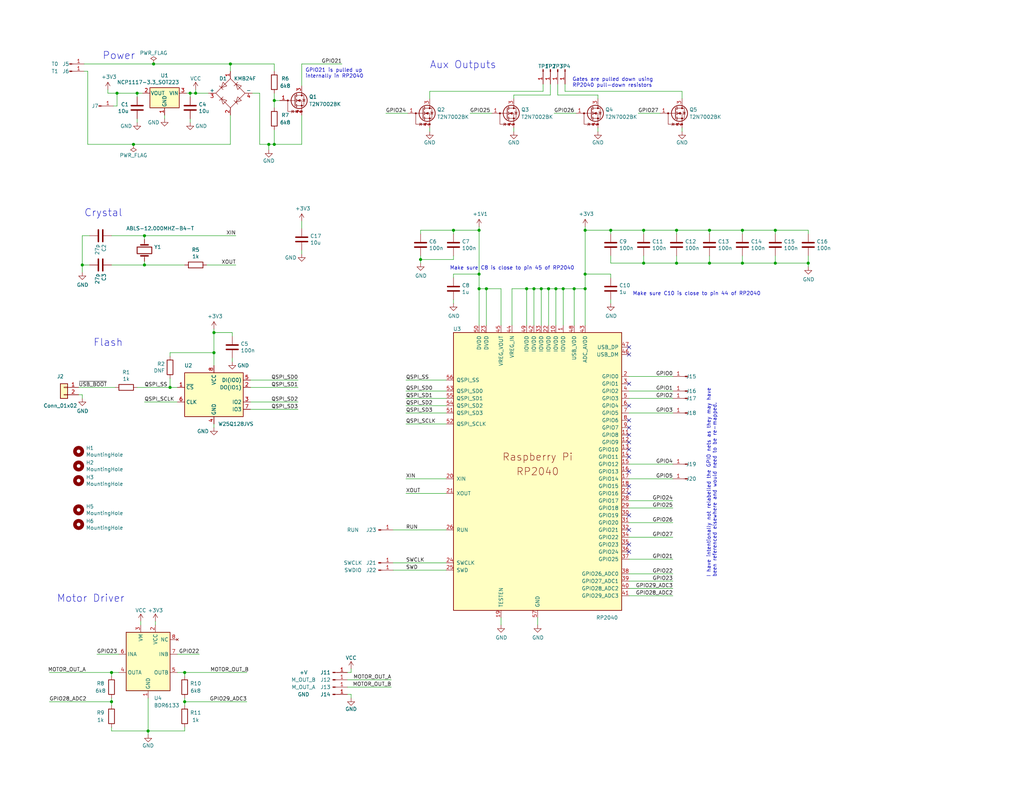
<source format=kicad_sch>
(kicad_sch (version 20230121) (generator eeschema)
  (paper "User" 355.6 279.4)
  (title_block (title "RP2040 Decoder") (date "2023-03-01") (rev "v0.2"))
  (lib_symbols
    (symbol "Conn_01x01_Pin_1" (pin_names (offset 1.016) hide)
      (property "Reference" "TP1" (at -1.1075 0.1204 90))
      (property "Value" "0" (at 0.9067 -0.8031 90))
      (symbol "Conn_01x01_Pin_1_1_1"
        (pin passive line (at 5.08 0 180) (length 3.81) (name "Pin_1") (number "1"))
      )
    )
    (symbol "Connector:Conn_01x01_Pin" (pin_names (offset 1.016) hide)
      (property "Reference" "J" (at 0 2.54 0))
      (property "Value" "Conn_01x01_Pin" (at 0 -2.54 0))
      (symbol "Conn_01x01_Pin_1_1"
        (pin passive line (at 5.08 0 180) (length 3.81) (name "Pin_1") (number "1"))
      )
    )
    (symbol "Connector_Generic:Conn_01x02" (pin_names (offset 1.016) hide)
      (property "Reference" "J" (at 0 2.54 0))
      (property "Value" "Conn_01x02" (at 0 -5.08 0))
      (symbol "Conn_01x02_1_1"
        (pin passive line (at -5.08 0 0) (length 3.81) (name "Pin_1") (number "1"))
        (pin passive line (at -5.08 -2.54 0) (length 3.81) (name "Pin_2") (number "2"))
      )
    )
    (symbol "Device:C" (pin_numbers hide) (pin_names (offset 0.254))
      (property "Reference" "C" (at 0.635 2.54 0))
      (property "Value" "C" (at 0.635 -2.54 0))
      (symbol "C_1_1"
        (pin passive line (at 0 3.81 270) (length 2.794) (name "~") (number "1"))
        (pin passive line (at 0 -3.81 90) (length 2.794) (name "~") (number "2"))
      )
    )
    (symbol "Device:Crystal" (pin_numbers hide) (pin_names (offset 1.016) hide)
      (property "Reference" "Y" (at 0 3.81 0))
      (property "Value" "Crystal" (at 0 -3.81 0))
      (symbol "Crystal_1_1"
        (pin passive line (at -3.81 0 0) (length 1.27) (name "1") (number "1"))
        (pin passive line (at 3.81 0 180) (length 1.27) (name "2") (number "2"))
      )
    )
    (symbol "Device:R" (pin_numbers hide) (pin_names (offset 0))
      (property "Reference" "R" (at 2.032 0 90))
      (property "Value" "R" (at 0 0 90))
      (symbol "R_1_1"
        (pin passive line (at 0 3.81 270) (length 1.27) (name "~") (number "1"))
        (pin passive line (at 0 -3.81 90) (length 1.27) (name "~") (number "2"))
      )
    )
    (symbol "Mechanical:MountingHole" (pin_names (offset 1.016))
      (property "Reference" "H" (at 0 5.08 0))
      (property "Value" "MountingHole" (at 0 3.175 0))
    )
    (symbol "RP2040-Decoder_Additional_Symbols:BDR6133"
      (property "Reference" "U" (at 6.35 11.43 0))
      (property "Value" "BDR6133" (at -10.16 11.43 0))
      (symbol "BDR6133_1_1"
        (pin power_in line (at 0 -12.7 90) (length 2.54) (name "GND") (number "1"))
        (pin power_in line (at 2.54 12.7 270) (length 2.54) (name "VCC") (number "2"))
        (pin power_in line (at -2.54 12.7 270) (length 2.54) (name "VM") (number "3"))
        (pin output line (at -10.16 -3.81 0) (length 2.54) (name "OUTA") (number "4"))
        (pin output line (at 10.16 -3.81 180) (length 2.54) (name "OUTB") (number "5"))
        (pin input line (at -10.16 2.54 0) (length 2.54) (name "INA") (number "6"))
        (pin input line (at 10.16 2.54 180) (length 2.54) (name "INB") (number "7"))
        (pin no_connect line (at 10.16 7.62 180) (length 2.54) (name "NC") (number "8"))
        (pin passive line (at 0 -12.7 90) (length 2.54) hide (name "GND") (number "9"))
      )
    )
    (symbol "RP2040-Decoder_Additional_Symbols:KMB24F" (pin_names (offset 0))
      (property "Reference" "D" (at 2.54 6.985 0))
      (property "Value" "KMB24F" (at 2.54 5.08 0))
      (symbol "KMB24F_1_1"
        (pin power_in line (at 0 -7.62 90) (length 2.54) (name "~") (number "1"))
        (pin power_in line (at 0 7.62 270) (length 2.54) (name "~") (number "2"))
        (pin power_out line (at 7.62 0 180) (length 2.54) (name "+") (number "3"))
        (pin power_out line (at -7.62 0 0) (length 2.54) (name "-") (number "4"))
      )
    )
    (symbol "RP2040-Decoder_Additional_Symbols:PJ75AL33SA" (pin_names (offset 0.254))
      (property "Reference" "U" (at -3.81 3.175 0))
      (property "Value" "PJ75AL33SA" (at 0 3.175 0))
      (symbol "PJ75AL33SA_1_1"
        (pin power_in line (at 0 -7.62 90) (length 2.54) (name "GND") (number "1"))
        (pin power_out line (at 7.62 0 180) (length 2.54) (name "VOUT") (number "2"))
        (pin power_in line (at -7.62 0 0) (length 2.54) (name "VIN") (number "3"))
      )
    )
    (symbol "RP2040-Decoder_Additional_Symbols:T2N7002BK" (pin_names (offset 0) hide)
      (property "Reference" "Q" (at 5.08 1.905 0))
      (property "Value" "T2N7002BK" (at 5.08 0 0))
      (symbol "T2N7002BK_1_1"
        (pin input line (at -5.08 0 0) (length 2.54) (name "G") (number "1"))
        (pin passive line (at 2.54 -5.08 90) (length 2.54) (name "S") (number "2"))
        (pin passive line (at 2.54 5.08 270) (length 2.54) (name "D") (number "3"))
      )
    )
    (symbol "RP2040_minimal-rescue:RP2040-MCU_RaspberryPi_RP2040" (pin_names (offset 1.016))
      (property "Reference" "U" (at -29.21 49.53 0))
      (property "Value" "MCU_RaspberryPi_RP2040_RP2040" (at 24.13 -49.53 0))
      (symbol "RP2040-MCU_RaspberryPi_RP2040_0_0"
        (text "Raspberry Pi" (at 0 5.08 0) (effects (font (size 2.54 2.54))))
        (text "RP2040" (at 0 0 0) (effects (font (size 2.54 2.54))))
      )
      (symbol "RP2040-MCU_RaspberryPi_RP2040_1_1"
        (pin power_in line (at 8.89 50.8 270) (length 2.54) (name "IOVDD") (number "1"))
        (pin power_in line (at 6.35 50.8 270) (length 2.54) (name "IOVDD") (number "10"))
        (pin bidirectional line (at 31.75 12.7 180) (length 2.54) (name "GPIO8") (number "11"))
        (pin bidirectional line (at 31.75 10.16 180) (length 2.54) (name "GPIO9") (number "12"))
        (pin bidirectional line (at 31.75 7.62 180) (length 2.54) (name "GPIO10") (number "13"))
        (pin bidirectional line (at 31.75 5.08 180) (length 2.54) (name "GPIO11") (number "14"))
        (pin bidirectional line (at 31.75 2.54 180) (length 2.54) (name "GPIO12") (number "15"))
        (pin bidirectional line (at 31.75 0 180) (length 2.54) (name "GPIO13") (number "16"))
        (pin bidirectional line (at 31.75 -2.54 180) (length 2.54) (name "GPIO14") (number "17"))
        (pin bidirectional line (at 31.75 -5.08 180) (length 2.54) (name "GPIO15") (number "18"))
        (pin passive line (at -12.7 -50.8 90) (length 2.54) (name "TESTEN") (number "19"))
        (pin bidirectional line (at 31.75 33.02 180) (length 2.54) (name "GPIO0") (number "2"))
        (pin input line (at -31.75 -2.54 0) (length 2.54) (name "XIN") (number "20"))
        (pin passive line (at -31.75 -7.62 0) (length 2.54) (name "XOUT") (number "21"))
        (pin power_in line (at 3.81 50.8 270) (length 2.54) (name "IOVDD") (number "22"))
        (pin power_in line (at -17.78 50.8 270) (length 2.54) (name "DVDD") (number "23"))
        (pin output line (at -31.75 -31.75 0) (length 2.54) (name "SWCLK") (number "24"))
        (pin bidirectional line (at -31.75 -34.29 0) (length 2.54) (name "SWD") (number "25"))
        (pin input line (at -31.75 -20.32 0) (length 2.54) (name "RUN") (number "26"))
        (pin bidirectional line (at 31.75 -7.62 180) (length 2.54) (name "GPIO16") (number "27"))
        (pin bidirectional line (at 31.75 -10.16 180) (length 2.54) (name "GPIO17") (number "28"))
        (pin bidirectional line (at 31.75 -12.7 180) (length 2.54) (name "GPIO18") (number "29"))
        (pin bidirectional line (at 31.75 30.48 180) (length 2.54) (name "GPIO1") (number "3"))
        (pin bidirectional line (at 31.75 -15.24 180) (length 2.54) (name "GPIO19") (number "30"))
        (pin bidirectional line (at 31.75 -17.78 180) (length 2.54) (name "GPIO20") (number "31"))
        (pin bidirectional line (at 31.75 -20.32 180) (length 2.54) (name "GPIO21") (number "32"))
        (pin power_in line (at 1.27 50.8 270) (length 2.54) (name "IOVDD") (number "33"))
        (pin bidirectional line (at 31.75 -22.86 180) (length 2.54) (name "GPIO22") (number "34"))
        (pin bidirectional line (at 31.75 -25.4 180) (length 2.54) (name "GPIO23") (number "35"))
        (pin bidirectional line (at 31.75 -27.94 180) (length 2.54) (name "GPIO24") (number "36"))
        (pin bidirectional line (at 31.75 -30.48 180) (length 2.54) (name "GPIO25") (number "37"))
        (pin bidirectional line (at 31.75 -35.56 180) (length 2.54) (name "GPIO26_ADC0") (number "38"))
        (pin bidirectional line (at 31.75 -38.1 180) (length 2.54) (name "GPIO27_ADC1") (number "39"))
        (pin bidirectional line (at 31.75 27.94 180) (length 2.54) (name "GPIO2") (number "4"))
        (pin bidirectional line (at 31.75 -40.64 180) (length 2.54) (name "GPIO28_ADC2") (number "40"))
        (pin bidirectional line (at 31.75 -43.18 180) (length 2.54) (name "GPIO29_ADC3") (number "41"))
        (pin power_in line (at -1.27 50.8 270) (length 2.54) (name "IOVDD") (number "42"))
        (pin power_in line (at 16.51 50.8 270) (length 2.54) (name "ADC_AVDD") (number "43"))
        (pin power_in line (at -8.89 50.8 270) (length 2.54) (name "VREG_IN") (number "44"))
        (pin power_out line (at -12.7 50.8 270) (length 2.54) (name "VREG_VOUT") (number "45"))
        (pin bidirectional line (at 31.75 40.64 180) (length 2.54) (name "USB_DM") (number "46"))
        (pin bidirectional line (at 31.75 43.18 180) (length 2.54) (name "USB_DP") (number "47"))
        (pin power_in line (at 12.7 50.8 270) (length 2.54) (name "USB_VDD") (number "48"))
        (pin power_in line (at -3.81 50.8 270) (length 2.54) (name "IOVDD") (number "49"))
        (pin bidirectional line (at 31.75 25.4 180) (length 2.54) (name "GPIO3") (number "5"))
        (pin power_in line (at -20.32 50.8 270) (length 2.54) (name "DVDD") (number "50"))
        (pin bidirectional line (at -31.75 20.32 0) (length 2.54) (name "QSPI_SD3") (number "51"))
        (pin output line (at -31.75 16.51 0) (length 2.54) (name "QSPI_SCLK") (number "52"))
        (pin bidirectional line (at -31.75 27.94 0) (length 2.54) (name "QSPI_SD0") (number "53"))
        (pin bidirectional line (at -31.75 22.86 0) (length 2.54) (name "QSPI_SD2") (number "54"))
        (pin bidirectional line (at -31.75 25.4 0) (length 2.54) (name "QSPI_SD1") (number "55"))
        (pin bidirectional line (at -31.75 31.75 0) (length 2.54) (name "QSPI_SS") (number "56"))
        (pin power_in line (at 0 -50.8 90) (length 2.54) (name "GND") (number "57"))
        (pin bidirectional line (at 31.75 22.86 180) (length 2.54) (name "GPIO4") (number "6"))
        (pin bidirectional line (at 31.75 20.32 180) (length 2.54) (name "GPIO5") (number "7"))
        (pin bidirectional line (at 31.75 17.78 180) (length 2.54) (name "GPIO6") (number "8"))
        (pin bidirectional line (at 31.75 15.24 180) (length 2.54) (name "GPIO7") (number "9"))
      )
    )
    (symbol "RP2040_minimal-rescue:W25Q128JVS-Memory_Flash"
      (property "Reference" "U" (at -8.89 8.89 0))
      (property "Value" "Memory_Flash_W25Q128JVS" (at 7.62 8.89 0))
      (symbol "W25Q128JVS-Memory_Flash_1_1"
        (pin input line (at -12.7 2.54 0) (length 2.54) (name "~{CS}") (number "1"))
        (pin bidirectional line (at 12.7 2.54 180) (length 2.54) (name "DO(IO1)") (number "2"))
        (pin bidirectional line (at 12.7 -2.54 180) (length 2.54) (name "IO2") (number "3"))
        (pin power_in line (at 0 -10.16 90) (length 2.54) (name "GND") (number "4"))
        (pin bidirectional line (at 12.7 5.08 180) (length 2.54) (name "DI(IO0)") (number "5"))
        (pin input line (at -12.7 -2.54 0) (length 2.54) (name "CLK") (number "6"))
        (pin bidirectional line (at 12.7 -5.08 180) (length 2.54) (name "IO3") (number "7"))
        (pin power_in line (at 0 10.16 270) (length 2.54) (name "VCC") (number "8"))
      )
    )
    (symbol "power:+1V1" (power) (pin_names (offset 0))
      (property "Value" "+1V1" (at 0 3.556 0))
      (symbol "+1V1_1_1"
        (pin power_in line (at 0 0 90) (length 0) hide (name "+1V1") (number "1"))
      )
    )
    (symbol "power:+3V3" (power) (pin_names (offset 0))
      (property "Value" "+3V3" (at 0 3.556 0))
      (symbol "+3V3_1_1"
        (pin power_in line (at 0 0 90) (length 0) hide (name "+3V3") (number "1"))
      )
    )
    (symbol "power:GND" (power) (pin_names (offset 0))
      (property "Value" "GND" (at 0 -3.81 0))
      (symbol "GND_1_1"
        (pin power_in line (at 0 0 270) (length 0) hide (name "GND") (number "1"))
      )
    )
    (symbol "power:PWR_FLAG" (power) (pin_numbers hide) (pin_names (offset 0) hide)
      (property "Value" "PWR_FLAG" (at 0 3.81 0))
      (symbol "PWR_FLAG_0_0"
        (pin power_out line (at 0 0 90) (length 0) (name "pwr") (number "1"))
      )
    )
    (symbol "power:VCC" (power) (pin_names (offset 0))
      (property "Value" "VCC" (at 0 3.81 0))
      (symbol "VCC_1_1"
        (pin power_in line (at 0 0 90) (length 0) hide (name "VCC") (number "1"))
      )
    )
  )
  (junction (at 182.88 100.33))
  (junction (at 257.81 91.44))
  (junction (at 46.355 50.165))
  (junction (at 246.38 91.44))
  (junction (at 199.39 100.33))
  (junction (at 257.81 80.01))
  (junction (at 168.91 100.33))
  (junction (at 28.575 92.075))
  (junction (at 187.96 100.33))
  (junction (at 95.25 50.165))
  (junction (at 67.945 32.385))
  (junction (at 203.2 100.33))
  (junction (at 166.37 100.33))
  (junction (at 74.295 122.555))
  (junction (at 95.25 34.925))
  (junction (at 50.165 81.915))
  (junction (at 193.04 100.33))
  (junction (at 40.64 32.385))
  (junction (at 80.01 22.225))
  (junction (at 212.09 80.01))
  (junction (at 93.345 50.165))
  (junction (at 190.5 100.33))
  (junction (at 38.735 243.84))
  (junction (at 223.52 91.44))
  (junction (at 203.2 80.01))
  (junction (at 59.055 134.62))
  (junction (at 38.735 233.68))
  (junction (at 146.05 90.17))
  (junction (at 203.2 95.25))
  (junction (at 66.04 32.385))
  (junction (at 223.52 80.01))
  (junction (at 64.135 243.84))
  (junction (at 51.435 254))
  (junction (at 269.24 80.01))
  (junction (at 157.48 80.01))
  (junction (at 74.295 115.57))
  (junction (at 185.42 100.33))
  (junction (at 64.135 233.68))
  (junction (at 50.165 92.075))
  (junction (at 269.24 91.44))
  (junction (at 166.37 95.25))
  (junction (at 234.95 91.44))
  (junction (at 234.95 80.01))
  (junction (at 47.625 32.385))
  (junction (at 166.37 80.01))
  (junction (at 246.38 80.01))
  (junction (at 280.67 91.44))
  (junction (at 53.34 22.225))
  (junction (at 195.58 100.33))
  (no_connect (at 218.44 179.07))
  (no_connect (at 218.44 191.77))
  (no_connect (at 218.44 133.35))
  (no_connect (at 218.44 163.83))
  (no_connect (at 218.44 148.59))
  (no_connect (at 218.44 189.23))
  (no_connect (at 218.44 184.15))
  (no_connect (at 218.44 120.65))
  (no_connect (at 218.44 156.21))
  (no_connect (at 218.44 158.75))
  (no_connect (at 218.44 140.97))
  (no_connect (at 218.44 123.19))
  (no_connect (at 218.44 153.67))
  (no_connect (at 218.44 171.45))
  (no_connect (at 218.44 151.13))
  (no_connect (at 218.44 168.91))
  (no_connect (at 218.44 146.05))
  (wire (pts (xy 67.945 32.385) (xy 72.39 32.385)))
  (wire (pts (xy 146.05 80.01) (xy 157.48 80.01)))
  (wire (pts (xy 67.945 32.385) (xy 67.945 31.115)))
  (wire (pts (xy 29.21 22.225) (xy 53.34 22.225)))
  (wire (pts (xy 223.52 88.9) (xy 223.52 91.44)))
  (wire (pts (xy 246.38 80.01) (xy 257.81 80.01)))
  (wire (pts (xy 193.04 113.03) (xy 193.04 100.33)))
  (wire (pts (xy 218.44 201.93) (xy 233.68 201.93)))
  (wire (pts (xy 218.44 176.53) (xy 233.68 176.53)))
  (wire (pts (xy 136.525 184.15) (xy 154.94 184.15)))
  (wire (pts (xy 140.97 135.89) (xy 154.94 135.89)))
  (wire (pts (xy 38.735 92.075) (xy 50.165 92.075)))
  (wire (pts (xy 74.295 147.32) (xy 74.295 148.59)))
  (wire (pts (xy 257.81 91.44) (xy 246.38 91.44)))
  (wire (pts (xy 38.735 233.68) (xy 41.275 233.68)))
  (wire (pts (xy 280.67 88.9) (xy 280.67 91.44)))
  (wire (pts (xy 236.855 44.45) (xy 236.855 45.72)))
  (wire (pts (xy 50.165 90.805) (xy 50.165 92.075)))
  (wire (pts (xy 218.44 207.01) (xy 233.68 207.01)))
  (wire (pts (xy 257.81 80.01) (xy 269.24 80.01)))
  (wire (pts (xy 80.645 116.84) (xy 80.645 115.57)))
  (wire (pts (xy 154.94 147.32) (xy 140.97 147.32)))
  (wire (pts (xy 236.855 31.75) (xy 236.855 34.29)))
  (wire (pts (xy 39.37 36.83) (xy 40.64 36.83)))
  (wire (pts (xy 71.755 92.075) (xy 81.915 92.075)))
  (wire (pts (xy 193.675 33.02) (xy 207.645 33.02)))
  (wire (pts (xy 28.575 92.075) (xy 28.575 94.615)))
  (wire (pts (xy 218.44 186.69) (xy 233.68 186.69)))
  (wire (pts (xy 218.44 135.89) (xy 233.68 135.89)))
  (wire (pts (xy 166.37 95.25) (xy 166.37 100.33)))
  (wire (pts (xy 59.055 122.555) (xy 59.055 123.825)))
  (wire (pts (xy 80.01 24.765) (xy 80.01 22.225)))
  (wire (pts (xy 185.42 100.33) (xy 187.96 100.33)))
  (wire (pts (xy 178.435 44.45) (xy 178.435 45.72)))
  (wire (pts (xy 177.8 100.33) (xy 182.88 100.33)))
  (wire (pts (xy 257.81 88.9) (xy 257.81 91.44)))
  (wire (pts (xy 193.675 29.21) (xy 193.675 33.02)))
  (wire (pts (xy 140.97 166.37) (xy 154.94 166.37)))
  (wire (pts (xy 234.95 91.44) (xy 223.52 91.44)))
  (wire (pts (xy 61.595 227.33) (xy 69.215 227.33)))
  (wire (pts (xy 90.17 32.385) (xy 90.17 50.165)))
  (wire (pts (xy 95.25 22.225) (xy 95.25 24.765)))
  (wire (pts (xy 47.625 33.655) (xy 47.625 32.385)))
  (wire (pts (xy 269.24 88.9) (xy 269.24 91.44)))
  (wire (pts (xy 30.48 50.165) (xy 46.355 50.165)))
  (wire (pts (xy 28.575 81.915) (xy 28.575 92.075)))
  (wire (pts (xy 234.95 81.28) (xy 234.95 80.01)))
  (wire (pts (xy 195.58 100.33) (xy 195.58 113.03)))
  (wire (pts (xy 121.92 232.41) (xy 121.92 233.68)))
  (wire (pts (xy 95.25 45.085) (xy 95.25 50.165)))
  (wire (pts (xy 133.985 39.37) (xy 141.605 39.37)))
  (wire (pts (xy 168.91 100.33) (xy 166.37 100.33)))
  (wire (pts (xy 80.01 22.225) (xy 95.25 22.225)))
  (wire (pts (xy 86.995 142.24) (xy 103.505 142.24)))
  (wire (pts (xy 104.775 40.005) (xy 104.775 50.165)))
  (wire (pts (xy 146.05 81.28) (xy 146.05 80.01)))
  (wire (pts (xy 64.135 234.95) (xy 64.135 233.68)))
  (wire (pts (xy 66.04 33.655) (xy 66.04 32.385)))
  (wire (pts (xy 140.97 138.43) (xy 154.94 138.43)))
  (wire (pts (xy 178.435 34.29) (xy 178.435 33.02)))
  (wire (pts (xy 51.435 242.57) (xy 51.435 254)))
  (wire (pts (xy 95.25 34.925) (xy 95.25 37.465)))
  (wire (pts (xy 50.165 81.915) (xy 81.915 81.915)))
  (wire (pts (xy 31.115 81.915) (xy 28.575 81.915)))
  (wire (pts (xy 280.67 81.28) (xy 280.67 80.01)))
  (wire (pts (xy 38.735 81.915) (xy 50.165 81.915)))
  (wire (pts (xy 212.09 81.28) (xy 212.09 80.01)))
  (wire (pts (xy 59.055 134.62) (xy 61.595 134.62)))
  (wire (pts (xy 203.2 100.33) (xy 203.2 113.03)))
  (wire (pts (xy 40.64 32.385) (xy 47.625 32.385)))
  (wire (pts (xy 154.94 171.45) (xy 140.97 171.45)))
  (wire (pts (xy 234.95 88.9) (xy 234.95 91.44)))
  (wire (pts (xy 234.95 80.01) (xy 246.38 80.01)))
  (wire (pts (xy 173.99 113.03) (xy 173.99 100.33)))
  (wire (pts (xy 64.135 243.84) (xy 64.135 245.11)))
  (wire (pts (xy 190.5 113.03) (xy 190.5 100.33)))
  (wire (pts (xy 104.775 22.225) (xy 118.745 22.225)))
  (wire (pts (xy 64.135 243.84) (xy 85.725 243.84)))
  (wire (pts (xy 86.995 139.7) (xy 103.505 139.7)))
  (wire (pts (xy 199.39 113.03) (xy 199.39 100.33)))
  (wire (pts (xy 90.17 50.165) (xy 93.345 50.165)))
  (wire (pts (xy 80.645 124.46) (xy 80.645 125.73)))
  (wire (pts (xy 157.48 90.17) (xy 157.48 88.9)))
  (wire (pts (xy 157.48 81.28) (xy 157.48 80.01)))
  (wire (pts (xy 154.94 132.08) (xy 140.97 132.08)))
  (wire (pts (xy 199.39 100.33) (xy 203.2 100.33)))
  (wire (pts (xy 203.2 95.25) (xy 212.09 95.25)))
  (wire (pts (xy 166.37 78.74) (xy 166.37 80.01)))
  (wire (pts (xy 218.44 204.47) (xy 233.68 204.47)))
  (wire (pts (xy 140.97 143.51) (xy 154.94 143.51)))
  (wire (pts (xy 203.2 78.74) (xy 203.2 80.01)))
  (wire (pts (xy 64.135 233.68) (xy 61.595 233.68)))
  (wire (pts (xy 207.645 33.02) (xy 207.645 34.29)))
  (wire (pts (xy 17.145 243.84) (xy 38.735 243.84)))
  (wire (pts (xy 38.735 245.11) (xy 38.735 243.84)))
  (wire (pts (xy 28.575 137.16) (xy 28.575 138.43)))
  (wire (pts (xy 51.435 254) (xy 51.435 255.27)))
  (wire (pts (xy 157.48 80.01) (xy 166.37 80.01)))
  (wire (pts (xy 86.995 134.62) (xy 103.505 134.62)))
  (wire (pts (xy 269.24 91.44) (xy 280.67 91.44)))
  (wire (pts (xy 136.525 198.12) (xy 154.94 198.12)))
  (wire (pts (xy 196.215 31.75) (xy 236.855 31.75)))
  (wire (pts (xy 50.165 92.075) (xy 64.135 92.075)))
  (wire (pts (xy 51.435 254) (xy 64.135 254)))
  (wire (pts (xy 168.91 113.03) (xy 168.91 100.33)))
  (wire (pts (xy 218.44 199.39) (xy 233.68 199.39)))
  (wire (pts (xy 121.92 241.3) (xy 121.92 242.57)))
  (wire (pts (xy 64.135 233.68) (xy 85.725 233.68)))
  (wire (pts (xy 80.645 115.57) (xy 74.295 115.57)))
  (wire (pts (xy 104.775 86.995) (xy 104.775 88.265)))
  (wire (pts (xy 93.345 50.165) (xy 95.25 50.165)))
  (wire (pts (xy 186.69 214.63) (xy 186.69 217.17)))
  (wire (pts (xy 46.355 50.165) (xy 80.01 50.165)))
  (wire (pts (xy 64.135 252.73) (xy 64.135 254)))
  (wire (pts (xy 203.2 95.25) (xy 203.2 100.33)))
  (wire (pts (xy 80.01 40.005) (xy 80.01 50.165)))
  (wire (pts (xy 121.92 233.68) (xy 120.65 233.68)))
  (wire (pts (xy 178.435 33.02) (xy 191.135 33.02)))
  (wire (pts (xy 177.8 113.03) (xy 177.8 100.33)))
  (wire (pts (xy 27.305 137.16) (xy 28.575 137.16)))
  (wire (pts (xy 40.64 36.83) (xy 40.64 32.385)))
  (wire (pts (xy 203.2 80.01) (xy 203.2 95.25)))
  (wire (pts (xy 57.15 40.005) (xy 57.15 41.275)))
  (wire (pts (xy 223.52 81.28) (xy 223.52 80.01)))
  (wire (pts (xy 280.67 91.44) (xy 280.67 92.71)))
  (wire (pts (xy 47.625 134.62) (xy 59.055 134.62)))
  (wire (pts (xy 51.435 254) (xy 38.735 254)))
  (wire (pts (xy 87.63 32.385) (xy 90.17 32.385)))
  (wire (pts (xy 188.595 29.21) (xy 188.595 31.75)))
  (wire (pts (xy 30.48 24.765) (xy 30.48 50.165)))
  (wire (pts (xy 17.145 233.68) (xy 38.735 233.68)))
  (wire (pts (xy 185.42 113.03) (xy 185.42 100.33)))
  (wire (pts (xy 149.225 44.45) (xy 149.225 45.72)))
  (wire (pts (xy 104.775 76.835) (xy 104.775 79.375)))
  (wire (pts (xy 140.97 140.97) (xy 154.94 140.97)))
  (wire (pts (xy 157.48 104.14) (xy 157.48 105.41)))
  (wire (pts (xy 53.34 22.225) (xy 80.01 22.225)))
  (wire (pts (xy 74.295 114.3) (xy 74.295 115.57)))
  (wire (pts (xy 173.99 214.63) (xy 173.99 217.17)))
  (wire (pts (xy 40.005 134.62) (xy 27.305 134.62)))
  (wire (pts (xy 223.52 91.44) (xy 212.09 91.44)))
  (wire (pts (xy 182.88 100.33) (xy 185.42 100.33)))
  (wire (pts (xy 59.055 131.445) (xy 59.055 134.62)))
  (wire (pts (xy 50.165 139.7) (xy 61.595 139.7)))
  (wire (pts (xy 146.05 90.17) (xy 146.05 91.44)))
  (wire (pts (xy 166.37 80.01) (xy 166.37 95.25)))
  (wire (pts (xy 64.77 32.385) (xy 66.04 32.385)))
  (wire (pts (xy 38.735 234.95) (xy 38.735 233.68)))
  (wire (pts (xy 218.44 138.43) (xy 233.68 138.43)))
  (wire (pts (xy 166.37 100.33) (xy 166.37 113.03)))
  (wire (pts (xy 95.25 32.385) (xy 95.25 34.925)))
  (wire (pts (xy 269.24 91.44) (xy 257.81 91.44)))
  (wire (pts (xy 192.405 39.37) (xy 200.025 39.37)))
  (wire (pts (xy 95.25 50.165) (xy 104.775 50.165)))
  (wire (pts (xy 212.09 80.01) (xy 223.52 80.01)))
  (wire (pts (xy 163.195 39.37) (xy 170.815 39.37)))
  (wire (pts (xy 49.53 32.385) (xy 47.625 32.385)))
  (wire (pts (xy 47.625 41.275) (xy 47.625 42.545)))
  (wire (pts (xy 218.44 194.31) (xy 233.68 194.31)))
  (wire (pts (xy 157.48 95.25) (xy 166.37 95.25)))
  (wire (pts (xy 31.115 92.075) (xy 28.575 92.075)))
  (wire (pts (xy 59.055 122.555) (xy 74.295 122.555)))
  (wire (pts (xy 207.645 44.45) (xy 207.645 45.72)))
  (wire (pts (xy 120.65 241.3) (xy 121.92 241.3)))
  (wire (pts (xy 74.295 115.57) (xy 74.295 122.555)))
  (wire (pts (xy 218.44 166.37) (xy 233.68 166.37)))
  (wire (pts (xy 218.44 143.51) (xy 233.68 143.51)))
  (wire (pts (xy 246.38 91.44) (xy 234.95 91.44)))
  (wire (pts (xy 212.09 96.52) (xy 212.09 95.25)))
  (wire (pts (xy 196.215 29.21) (xy 196.215 31.75)))
  (wire (pts (xy 146.05 88.9) (xy 146.05 90.17)))
  (wire (pts (xy 53.975 215.9) (xy 53.975 217.17)))
  (wire (pts (xy 187.96 100.33) (xy 190.5 100.33)))
  (wire (pts (xy 193.04 100.33) (xy 195.58 100.33)))
  (wire (pts (xy 66.04 41.275) (xy 66.04 42.545)))
  (wire (pts (xy 187.96 113.03) (xy 187.96 100.33)))
  (wire (pts (xy 157.48 96.52) (xy 157.48 95.25)))
  (wire (pts (xy 95.25 34.925) (xy 97.155 34.925)))
  (wire (pts (xy 218.44 173.99) (xy 233.68 173.99)))
  (wire (pts (xy 66.04 32.385) (xy 67.945 32.385)))
  (wire (pts (xy 38.735 252.73) (xy 38.735 254)))
  (wire (pts (xy 64.135 243.84) (xy 64.135 242.57)))
  (wire (pts (xy 37.465 32.385) (xy 40.64 32.385)))
  (wire (pts (xy 135.89 236.22) (xy 120.65 236.22)))
  (wire (pts (xy 218.44 130.81) (xy 233.68 130.81)))
  (wire (pts (xy 50.165 83.185) (xy 50.165 81.915)))
  (wire (pts (xy 218.44 181.61) (xy 233.68 181.61)))
  (wire (pts (xy 246.38 81.28) (xy 246.38 80.01)))
  (wire (pts (xy 146.05 90.17) (xy 157.48 90.17)))
  (wire (pts (xy 269.24 81.28) (xy 269.24 80.01)))
  (wire (pts (xy 269.24 80.01) (xy 280.67 80.01)))
  (wire (pts (xy 104.775 22.225) (xy 104.775 29.845)))
  (wire (pts (xy 246.38 88.9) (xy 246.38 91.44)))
  (wire (pts (xy 135.89 238.76) (xy 120.65 238.76)))
  (wire (pts (xy 33.655 227.33) (xy 41.275 227.33)))
  (wire (pts (xy 191.135 29.21) (xy 191.135 33.02)))
  (wire (pts (xy 136.525 195.58) (xy 154.94 195.58)))
  (wire (pts (xy 190.5 100.33) (xy 193.04 100.33)))
  (wire (pts (xy 182.88 113.03) (xy 182.88 100.33)))
  (wire (pts (xy 218.44 161.29) (xy 233.68 161.29)))
  (wire (pts (xy 195.58 100.33) (xy 199.39 100.33)))
  (wire (pts (xy 212.09 104.14) (xy 212.09 105.41)))
  (wire (pts (xy 257.81 81.28) (xy 257.81 80.01)))
  (wire (pts (xy 48.895 215.9) (xy 48.895 217.17)))
  (wire (pts (xy 188.595 31.75) (xy 149.225 31.75)))
  (wire (pts (xy 37.465 31.115) (xy 37.465 32.385)))
  (wire (pts (xy 223.52 80.01) (xy 234.95 80.01)))
  (wire (pts (xy 173.99 100.33) (xy 168.91 100.33)))
  (wire (pts (xy 74.295 122.555) (xy 74.295 127)))
  (wire (pts (xy 38.735 243.84) (xy 38.735 242.57)))
  (wire (pts (xy 93.345 50.165) (xy 93.345 52.07)))
  (wire (pts (xy 149.225 31.75) (xy 149.225 34.29)))
  (wire (pts (xy 221.615 39.37) (xy 229.235 39.37)))
  (wire (pts (xy 29.21 24.765) (xy 30.48 24.765)))
  (wire (pts (xy 203.2 80.01) (xy 212.09 80.01)))
  (wire (pts (xy 212.09 88.9) (xy 212.09 91.44)))
  (wire (pts (xy 86.995 132.08) (xy 103.505 132.08)))
  (text "Flash" (at 32.385 120.65 0) (effects (font (size 2.54 2.54)) (justify left bottom)))
  (text "Aux Outputs" (at 149.225 24.13 0) (effects (font (size 2.54 2.54)) (justify left bottom)))
  (text "Power" (at 35.56 20.955 0) (effects (font (size 2.54 2.54)) (justify left bottom)))
  (text "I have intentionally not relabelled the GPIO nets as they may have\nbeen referenced elsewhere and would need to be re-mapped." (at 248.92 200.66 90) (effects (font (size 1.27 1.27)) (justify left bottom)))
  (text "Crystal" (at 29.21 75.565 0) (effects (font (size 2.54 2.54)) (justify left bottom)))
  (text "Make sure C10 is close to pin 44 of RP2040" (at 219.71 102.87 0) (effects (font (size 1.27 1.27)) (justify left bottom)))
  (text "Gates are pulled down using\nRP2040 pull-down resistors" (at 198.755 30.48 0) (effects (font (size 1.27 1.27)) (justify left bottom)))
  (text "Motor Driver" (at 19.685 209.55 0) (effects (font (size 2.54 2.54)) (justify left bottom)))
  (text "Make sure C8 is close to pin 45 of RP2040" (at 156.21 93.98 0) (effects (font (size 1.27 1.27)) (justify left bottom)))
  (text "GPIO21 is pulled up\ninternally in RP2040" (at 106.045 27.305 0) (effects (font (size 1.27 1.27)) (justify left bottom)))
  (label "GPIO5" (at 233.68 166.37 180))
  (label "GPIO28_ADC2" (at 17.145 243.84 0))
  (label "QSPI_SD2" (at 140.97 140.97 0))
  (label "MOTOR_OUT_B" (at 135.89 238.76 180))
  (label "QSPI_SD1" (at 103.505 134.62 180))
  (label "XIN" (at 81.915 81.915 180))
  (label "QSPI_SD3" (at 140.97 143.51 0))
  (label "GPIO29_ADC3" (at 85.725 243.84 180))
  (label "GPIO22" (at 233.68 199.39 180))
  (label "QSPI_SD3" (at 103.505 142.24 180))
  (label "GPIO27" (at 221.615 39.37 0))
  (label "XIN" (at 140.97 166.37 0))
  (label "XOUT" (at 81.915 92.075 180))
  (label "GPIO25" (at 163.195 39.37 0))
  (label "GPIO1" (at 233.68 135.89 180))
  (label "GPIO29_ADC3" (at 233.68 204.47 180))
  (label "GPIO25" (at 233.68 176.53 180))
  (label "GPIO22" (at 69.215 227.33 180))
  (label "QSPI_SD0" (at 103.505 132.08 180))
  (label "GPIO24" (at 233.68 173.99 180))
  (label "GPIO23" (at 33.655 227.33 0))
  (label "GPIO4" (at 233.68 161.29 180))
  (label "QSPI_SS" (at 140.97 132.08 0))
  (label "QSPI_SD0" (at 140.97 135.89 0))
  (label "GPIO2" (at 233.68 138.43 180))
  (label "GPIO26" (at 233.68 181.61 180))
  (label "QSPI_SCLK" (at 140.97 147.32 0))
  (label "SWCLK" (at 140.97 195.58 0))
  (label "GPIO27" (at 233.68 186.69 180))
  (label "~{USB_BOOT}" (at 27.305 134.62 0))
  (label "GPIO28_ADC2" (at 233.68 207.01 180))
  (label "GPIO0" (at 233.68 130.81 180))
  (label "RUN" (at 140.97 184.15 0))
  (label "GPIO3" (at 233.68 143.51 180))
  (label "QSPI_SCLK" (at 50.165 139.7 0))
  (label "QSPI_SS" (at 50.165 134.62 0))
  (label "MOTOR_OUT_A" (at 135.89 236.22 180))
  (label "QSPI_SD1" (at 140.97 138.43 0))
  (label "QSPI_SD2" (at 103.505 139.7 180))
  (label "GPIO21" (at 233.68 194.31 180))
  (label "MOTOR_OUT_A" (at 29.845 233.68 180))
  (label "GPIO24" (at 133.985 39.37 0))
  (label "XOUT" (at 140.97 171.45 0))
  (label "MOTOR_OUT_B" (at 73.025 233.68 0))
  (label "GPIO23" (at 233.68 201.93 180))
  (label "SWD" (at 140.97 198.12 0))
  (label "GPIO21" (at 118.745 22.225 180))
  (label "GPIO26" (at 192.405 39.37 0))
  (symbol (lib_id "RP2040_minimal-rescue:RP2040-MCU_RaspberryPi_RP2040") (at 186.69 163.83 0) (unit 1)
    (property "Reference" "U3" (at 158.75 114.3 0))
    (property "Value" "RP2040" (at 210.82 214.63 0))
    (property "Footprint" "User:QFN-56-1EP_7x7mm_P0.4mm_EP3.2x3.2mm_BigThermalVias" (effects hide))
  )
  (symbol (lib_id "Device:C") (at 34.925 81.915 270) (unit 1)
    (property "Reference" "C2" (at 36.0934 84.836 0) (effects (justify left)))
    (property "Value" "27p" (at 33.782 84.836 0) (effects (justify left)))
    (property "Footprint" "Capacitor_SMD:C_0805_2012Metric_Pad1.18x1.45mm_HandSolder" (effects hide))
  )
  (symbol (lib_id "Device:C") (at 34.925 92.075 270) (unit 1)
    (property "Reference" "C3" (at 36.0934 94.996 0) (effects (justify left)))
    (property "Value" "27p" (at 33.782 94.996 0) (effects (justify left)))
    (property "Footprint" "Capacitor_SMD:C_0805_2012Metric_Pad1.18x1.45mm_HandSolder" (effects hide))
  )
  (symbol (lib_id "power:GND") (at 28.575 94.615 0) (unit 1)
    (property "Reference" "#PWR06" (effects hide))
    (property "Value" "GND" (at 28.702 99.0092 0))
  )
  (symbol (lib_id "RP2040_minimal-rescue:W25Q128JVS-Memory_Flash") (at 74.295 137.16 0) (unit 1)
    (property "Reference" "U2" (at 65.405 127 0))
    (property "Value" "W25Q128JVS" (at 81.915 147.32 0))
    (property "Footprint" "Package_SO:SOIC-8_5.23x5.23mm_P1.27mm" (effects hide))
    (property "Datasheet" "http://www.winbond.com/resource-files/w25q128jv_dtr%20revc%2003272018%20plus.pdf" (effects hide))
  )
  (symbol (lib_id "power:+3V3") (at 74.295 114.3 0) (unit 1)
    (property "Reference" "#PWR07" (effects hide))
    (property "Value" "+3V3" (at 74.676 109.9058 0))
  )
  (symbol (lib_id "power:GND") (at 74.295 148.59 0) (unit 1)
    (property "Reference" "#PWR08" (effects hide))
    (property "Value" "GND" (at 70.485 149.86 0))
  )
  (symbol (lib_id "Device:R") (at 59.055 127.635 0) (mirror y) (unit 1)
    (property "Reference" "R2" (at 57.277 126.4666 0) (effects (justify left)))
    (property "Value" "DNF" (at 57.277 128.778 0) (effects (justify left)))
    (property "Footprint" "Resistor_SMD:R_0805_2012Metric_Pad1.20x1.40mm_HandSolder" (effects hide))
  )
  (symbol (lib_id "Device:R") (at 43.815 134.62 270) (unit 1)
    (property "Reference" "R1" (at 43.815 129.3622 90))
    (property "Value" "1k" (at 43.815 131.6736 90))
    (property "Footprint" "Resistor_SMD:R_0805_2012Metric_Pad1.20x1.40mm_HandSolder" (effects hide))
  )
  (symbol (lib_id "Device:C") (at 80.645 120.65 0) (unit 1)
    (property "Reference" "C5" (at 83.566 119.4816 0) (effects (justify left)))
    (property "Value" "100n" (at 83.566 121.793 0) (effects (justify left)))
    (property "Footprint" "Capacitor_SMD:C_0805_2012Metric_Pad1.18x1.45mm_HandSolder" (effects hide))
  )
  (symbol (lib_id "power:GND") (at 80.645 125.73 0) (unit 1)
    (property "Reference" "#PWR011" (effects hide))
    (property "Value" "GND" (at 84.455 127 0))
  )
  (symbol (lib_id "power:GND") (at 186.69 217.17 0) (unit 1)
    (property "Reference" "#PWR016" (effects hide))
    (property "Value" "GND" (at 186.817 221.5642 0))
  )
  (symbol (lib_id "power:GND") (at 173.99 217.17 0) (unit 1)
    (property "Reference" "#PWR015" (effects hide))
    (property "Value" "GND" (at 174.117 221.5642 0))
  )
  (symbol (lib_id "power:+3V3") (at 203.2 78.74 0) (unit 1)
    (property "Reference" "#PWR017" (effects hide))
    (property "Value" "+3V3" (at 203.581 74.3458 0))
  )
  (symbol (lib_id "power:+1V1") (at 166.37 78.74 0) (unit 1)
    (property "Reference" "#PWR014" (effects hide))
    (property "Value" "+1V1" (at 166.751 74.3458 0))
  )
  (symbol (lib_id "Device:C") (at 212.09 85.09 0) (unit 1)
    (property "Reference" "C9" (at 215.011 83.9216 0) (effects (justify left)))
    (property "Value" "100n" (at 215.011 86.233 0) (effects (justify left)))
    (property "Footprint" "Capacitor_SMD:C_0805_2012Metric_Pad1.18x1.45mm_HandSolder" (effects hide))
  )
  (symbol (lib_id "Device:C") (at 223.52 85.09 0) (unit 1)
    (property "Reference" "C11" (at 226.441 83.9216 0) (effects (justify left)))
    (property "Value" "100n" (at 226.441 86.233 0) (effects (justify left)))
    (property "Footprint" "Capacitor_SMD:C_0805_2012Metric_Pad1.18x1.45mm_HandSolder" (effects hide))
  )
  (symbol (lib_id "Device:C") (at 234.95 85.09 0) (unit 1)
    (property "Reference" "C12" (at 237.871 83.9216 0) (effects (justify left)))
    (property "Value" "100n" (at 237.871 86.233 0) (effects (justify left)))
    (property "Footprint" "Capacitor_SMD:C_0805_2012Metric_Pad1.18x1.45mm_HandSolder" (effects hide))
  )
  (symbol (lib_id "Device:C") (at 246.38 85.09 0) (unit 1)
    (property "Reference" "C13" (at 249.301 83.9216 0) (effects (justify left)))
    (property "Value" "100n" (at 249.301 86.233 0) (effects (justify left)))
    (property "Footprint" "Capacitor_SMD:C_0805_2012Metric_Pad1.18x1.45mm_HandSolder" (effects hide))
  )
  (symbol (lib_id "Device:C") (at 257.81 85.09 0) (unit 1)
    (property "Reference" "C14" (at 260.731 83.9216 0) (effects (justify left)))
    (property "Value" "100n" (at 260.731 86.233 0) (effects (justify left)))
    (property "Footprint" "Capacitor_SMD:C_0805_2012Metric_Pad1.18x1.45mm_HandSolder" (effects hide))
  )
  (symbol (lib_id "Device:C") (at 269.24 85.09 0) (unit 1)
    (property "Reference" "C15" (at 272.161 83.9216 0) (effects (justify left)))
    (property "Value" "100n" (at 272.161 86.233 0) (effects (justify left)))
    (property "Footprint" "Capacitor_SMD:C_0805_2012Metric_Pad1.18x1.45mm_HandSolder" (effects hide))
  )
  (symbol (lib_id "Device:C") (at 280.67 85.09 0) (unit 1)
    (property "Reference" "C16" (at 283.591 83.9216 0) (effects (justify left)))
    (property "Value" "100n" (at 283.591 86.233 0) (effects (justify left)))
    (property "Footprint" "Capacitor_SMD:C_0805_2012Metric_Pad1.18x1.45mm_HandSolder" (effects hide))
  )
  (symbol (lib_id "Device:C") (at 146.05 85.09 0) (unit 1)
    (property "Reference" "C6" (at 148.971 83.9216 0) (effects (justify left)))
    (property "Value" "100n" (at 148.971 86.233 0) (effects (justify left)))
    (property "Footprint" "Capacitor_SMD:C_0805_2012Metric_Pad1.18x1.45mm_HandSolder" (effects hide))
  )
  (symbol (lib_id "Device:C") (at 157.48 85.09 0) (unit 1)
    (property "Reference" "C7" (at 160.401 83.9216 0) (effects (justify left)))
    (property "Value" "100n" (at 160.401 86.233 0) (effects (justify left)))
    (property "Footprint" "Capacitor_SMD:C_0805_2012Metric_Pad1.18x1.45mm_HandSolder" (effects hide))
  )
  (symbol (lib_id "Device:C") (at 157.48 100.33 0) (unit 1)
    (property "Reference" "C8" (at 160.401 99.1616 0) (effects (justify left)))
    (property "Value" "1u" (at 160.401 101.473 0) (effects (justify left)))
    (property "Footprint" "Capacitor_SMD:C_0805_2012Metric_Pad1.18x1.45mm_HandSolder" (effects hide))
  )
  (symbol (lib_id "Device:C") (at 212.09 100.33 0) (unit 1)
    (property "Reference" "C10" (at 215.011 99.1616 0) (effects (justify left)))
    (property "Value" "1u" (at 215.011 101.473 0) (effects (justify left)))
    (property "Footprint" "Capacitor_SMD:C_0805_2012Metric_Pad1.18x1.45mm_HandSolder" (effects hide))
  )
  (symbol (lib_id "Mechanical:MountingHole") (at 27.305 156.845 0) (unit 1)
    (property "Reference" "H1" (at 29.845 155.6766 0) (effects (justify left)))
    (property "Value" "MountingHole" (at 29.845 157.988 0) (effects (justify left)))
    (property "Footprint" "MountingHole:MountingHole_2.7mm_M2.5" (effects hide))
  )
  (symbol (lib_id "Mechanical:MountingHole") (at 27.305 161.925 0) (unit 1)
    (property "Reference" "H2" (at 29.845 160.7566 0) (effects (justify left)))
    (property "Value" "MountingHole" (at 29.845 163.068 0) (effects (justify left)))
    (property "Footprint" "MountingHole:MountingHole_2.7mm_M2.5" (effects hide))
  )
  (symbol (lib_id "Mechanical:MountingHole") (at 27.305 167.005 0) (unit 1)
    (property "Reference" "H3" (at 29.845 165.8366 0) (effects (justify left)))
    (property "Value" "MountingHole" (at 29.845 168.148 0) (effects (justify left)))
    (property "Footprint" "MountingHole:MountingHole_2.7mm_M2.5" (effects hide))
  )
  (symbol (lib_id "power:GND") (at 280.67 92.71 0) (unit 1)
    (property "Reference" "#PWR023" (effects hide))
    (property "Value" "GND" (at 280.797 97.1042 0))
  )
  (symbol (lib_id "power:GND") (at 146.05 91.44 0) (unit 1)
    (property "Reference" "#PWR012" (effects hide))
    (property "Value" "GND" (at 146.177 95.8342 0))
  )
  (symbol (lib_id "power:GND") (at 157.48 105.41 0) (unit 1)
    (property "Reference" "#PWR013" (effects hide))
    (property "Value" "GND" (at 157.607 109.8042 0))
  )
  (symbol (lib_id "power:GND") (at 212.09 105.41 0) (unit 1)
    (property "Reference" "#PWR018" (effects hide))
    (property "Value" "GND" (at 212.217 109.8042 0))
  )
  (symbol (lib_id "RP2040-Decoder_Additional_Symbols:PJ75AL33SA") (at 57.15 32.385 0) (mirror y) (unit 1)
    (property "Reference" "U1" (at 57.15 26.2382 0))
    (property "Value" "NCP1117-3.3_SOT223" (at 51.435 28.575 0))
    (property "Footprint" "Package_TO_SOT_SMD:SOT-23" (effects hide))
    (property "Datasheet" "https://datasheet.lcsc.com/lcsc/1912111437_PJSEMI-PJ75AL33SA_C411736.pdf" (effects hide))
  )
  (symbol (lib_id "power:GND") (at 57.15 41.275 0) (unit 1)
    (property "Reference" "#PWR05" (effects hide))
    (property "Value" "GND" (at 53.34 42.545 0))
  )
  (symbol (lib_id "power:+3V3") (at 37.465 31.115 0) (unit 1)
    (property "Reference" "#PWR09" (effects hide))
    (property "Value" "+3V3" (at 37.846 26.7208 0))
  )
  (symbol (lib_id "Device:C") (at 47.625 37.465 0) (mirror y) (unit 1)
    (property "Reference" "C1" (at 44.704 36.2966 0) (effects (justify left)))
    (property "Value" "10u" (at 44.704 38.608 0) (effects (justify left)))
    (property "Footprint" "Capacitor_SMD:C_0805_2012Metric_Pad1.18x1.45mm_HandSolder" (effects hide))
  )
  (symbol (lib_id "Device:C") (at 66.04 37.465 0) (unit 1)
    (property "Reference" "C4" (at 68.961 36.2966 0) (effects (justify left)))
    (property "Value" "10u" (at 68.961 38.608 0) (effects (justify left)))
    (property "Footprint" "Capacitor_SMD:C_0805_2012Metric_Pad1.18x1.45mm_HandSolder" (effects hide))
  )
  (symbol (lib_id "power:GND") (at 47.625 42.545 0) (unit 1)
    (property "Reference" "#PWR04" (effects hide))
    (property "Value" "GND" (at 43.815 43.815 0))
  )
  (symbol (lib_id "power:GND") (at 66.04 42.545 0) (mirror y) (unit 1)
    (property "Reference" "#PWR010" (effects hide))
    (property "Value" "GND" (at 69.85 43.815 0))
  )
  (symbol (lib_id "Device:R") (at 67.945 92.075 270) (unit 1)
    (property "Reference" "R5" (at 67.945 86.8172 90))
    (property "Value" "1k" (at 67.945 89.1286 90))
    (property "Footprint" "Resistor_SMD:R_0805_2012Metric_Pad1.20x1.40mm_HandSolder" (effects hide))
  )
  (symbol (lib_id "Device:Crystal") (at 50.165 86.995 270) (unit 1)
    (property "Reference" "Y1" (at 53.4924 85.8266 90) (effects (justify left)))
    (property "Value" "ABLS-12.000MHZ-B4-T" (at 43.815 79.375 90) (effects (justify left)))
    (property "Footprint" "Crystal:Crystal_SMD_HC49-SD" (effects hide))
  )
  (symbol (lib_id "power:+3V3") (at 104.775 76.835 0) (unit 1)
    (property "Reference" "#PWR024" (effects hide))
    (property "Value" "+3V3" (at 105.156 72.4408 0))
  )
  (symbol (lib_id "Device:C") (at 104.775 83.185 0) (unit 1)
    (property "Reference" "C17" (at 107.696 82.0166 0) (effects (justify left)))
    (property "Value" "10u" (at 107.696 84.328 0) (effects (justify left)))
    (property "Footprint" "Capacitor_SMD:C_0805_2012Metric_Pad1.18x1.45mm_HandSolder" (effects hide))
  )
  (symbol (lib_id "power:GND") (at 104.775 88.265 0) (unit 1)
    (property "Reference" "#PWR025" (effects hide))
    (property "Value" "GND" (at 100.965 89.535 0))
  )
  (symbol (lib_id "Connector_Generic:Conn_01x02") (at 22.225 134.62 0) (mirror y) (unit 1)
    (property "Reference" "J2" (at 20.955 130.81 0))
    (property "Value" "Conn_01x02" (at 20.955 140.97 0))
    (property "Footprint" "Connector_PinHeader_2.54mm:PinHeader_1x02_P2.54mm_Vertical" (effects hide))
  )
  (symbol (lib_id "power:GND") (at 28.575 138.43 0) (unit 1)
    (property "Reference" "#PWR02" (effects hide))
    (property "Value" "GND" (at 28.702 142.8242 0))
  )
  (symbol (lib_id "power:GND") (at 178.435 45.72 0) (unit 1)
    (property "Reference" "#PWR026" (effects hide))
    (property "Value" "GND" (at 178.435 49.53 0))
  )
  (symbol (lib_id "RP2040-Decoder_Additional_Symbols:T2N7002BK") (at 175.895 39.37 0) (unit 1)
    (property "Reference" "Q3" (at 180.975 38.1 0) (effects (justify left)))
    (property "Value" "T2N7002BK" (at 180.975 40.64 0) (effects (justify left)))
    (property "Footprint" "Package_TO_SOT_SMD:SOT-23" (effects hide))
    (property "Datasheet" "https://datasheet.lcsc.com/lcsc/1810271831_TOSHIBA-T2N7002BK-LM_C146372.pdf" (effects hide))
  )
  (symbol (lib_id "Device:R") (at 38.735 248.92 180) (unit 1)
    (property "Reference" "R9" (at 34.925 247.65 0))
    (property "Value" "1k" (at 34.925 250.19 0))
    (property "Footprint" "Resistor_SMD:R_0805_2012Metric_Pad1.20x1.40mm_HandSolder" (effects hide))
  )
  (symbol (lib_id "Connector:Conn_01x01_Pin") (at 24.13 22.225 0) (unit 1)
    (property "Reference" "J5" (at 22.86 22.225 0))
    (property "Value" "T0" (at 19.05 22.225 0))
    (property "Footprint" "TestPoint:TestPoint_Plated_Hole_D2.0mm" (effects hide))
  )
  (symbol (lib_id "Connector:Conn_01x01_Pin") (at 238.76 130.81 180) (unit 1)
    (property "Reference" "J15" (at 240.03 130.81 0))
    (property "Value" "0" (effects hide))
    (property "Footprint" "TestPoint:TestPoint_Pad_D1.5mm" (effects hide))
  )
  (symbol (lib_name "Conn_01x01_Pin_1") (lib_id "Connector:Conn_01x01_Pin") (at 188.595 24.13 270) (unit 1)
    (property "Reference" "TP1" (at 188.7154 23.0225 90))
    (property "Value" "0" (effects hide))
    (property "Footprint" "TestPoint:TestPoint_Pad_D1.5mm" (effects hide))
  )
  (symbol (lib_id "power:PWR_FLAG") (at 53.34 22.225 0) (unit 1)
    (property "Reference" "#FLG01" (effects hide))
    (property "Value" "PWR_FLAG" (at 53.34 18.415 0))
  )
  (symbol (lib_id "power:VCC") (at 48.895 215.9 0) (unit 1)
    (property "Reference" "#PWR035" (effects hide))
    (property "Value" "VCC" (at 48.895 212.09 0))
  )
  (symbol (lib_id "power:GND") (at 51.435 255.27 0) (unit 1)
    (property "Reference" "#PWR031" (effects hide))
    (property "Value" "GND" (at 51.435 259.08 0))
  )
  (symbol (lib_id "power:VCC") (at 67.945 31.115 0) (unit 1)
    (property "Reference" "#PWR01" (effects hide))
    (property "Value" "VCC" (at 67.945 27.305 0))
  )
  (symbol (lib_id "power:GND") (at 236.855 45.72 0) (unit 1)
    (property "Reference" "#PWR028" (effects hide))
    (property "Value" "GND" (at 236.855 49.53 0))
  )
  (symbol (lib_id "Connector:Conn_01x01_Pin") (at 238.76 166.37 180) (unit 1)
    (property "Reference" "J20" (at 240.03 166.37 0))
    (property "Value" "5" (effects hide))
    (property "Footprint" "TestPoint:TestPoint_Pad_D1.5mm" (effects hide))
  )
  (symbol (lib_id "Device:R") (at 64.135 248.92 180) (unit 1)
    (property "Reference" "R11" (at 67.945 247.65 0))
    (property "Value" "1k" (at 67.945 250.19 0))
    (property "Footprint" "Resistor_SMD:R_0805_2012Metric_Pad1.20x1.40mm_HandSolder" (effects hide))
  )
  (symbol (lib_id "Connector:Conn_01x01_Pin") (at 131.445 195.58 0) (unit 1)
    (property "Reference" "J21" (at 128.905 195.58 0))
    (property "Value" "SWCLK" (at 122.555 195.58 0))
    (property "Footprint" "TestPoint:TestPoint_Pad_D1.5mm" (effects hide))
  )
  (symbol (lib_name "Conn_01x01_Pin_1") (lib_id "Connector:Conn_01x01_Pin") (at 196.215 24.13 270) (unit 1)
    (property "Reference" "TP4" (at 196.3354 23.0225 90))
    (property "Value" "0" (effects hide))
    (property "Footprint" "TestPoint:TestPoint_Pad_D1.5mm" (effects hide))
  )
  (symbol (lib_id "Device:R") (at 38.735 238.76 180) (unit 1)
    (property "Reference" "R8" (at 34.925 237.49 0))
    (property "Value" "6k8" (at 34.925 240.03 0))
    (property "Footprint" "Resistor_SMD:R_0805_2012Metric_Pad1.20x1.40mm_HandSolder" (effects hide))
  )
  (symbol (lib_id "power:+3V3") (at 53.975 215.9 0) (mirror y) (unit 1)
    (property "Reference" "#PWR032" (effects hide))
    (property "Value" "+3V3" (at 53.975 212.09 0))
  )
  (symbol (lib_id "Connector:Conn_01x01_Pin") (at 238.76 135.89 180) (unit 1)
    (property "Reference" "J16" (at 240.03 135.89 0))
    (property "Value" "1" (effects hide))
    (property "Footprint" "TestPoint:TestPoint_Pad_D1.5mm" (effects hide))
  )
  (symbol (lib_id "power:GND") (at 93.345 52.07 0) (mirror y) (unit 1)
    (property "Reference" "#PWR029" (effects hide))
    (property "Value" "GND" (at 93.345 55.88 0))
  )
  (symbol (lib_id "power:GND") (at 149.225 45.72 0) (unit 1)
    (property "Reference" "#PWR03" (effects hide))
    (property "Value" "GND" (at 149.225 49.53 0))
  )
  (symbol (lib_id "Connector:Conn_01x01_Pin") (at 238.76 143.51 180) (unit 1)
    (property "Reference" "J18" (at 240.03 143.51 0))
    (property "Value" "3" (effects hide))
    (property "Footprint" "TestPoint:TestPoint_Pad_D1.5mm" (effects hide))
  )
  (symbol (lib_id "Connector:Conn_01x01_Pin") (at 24.13 24.765 0) (unit 1)
    (property "Reference" "J6" (at 22.86 24.765 0))
    (property "Value" "T1" (at 19.05 24.765 0))
    (property "Footprint" "TestPoint:TestPoint_Plated_Hole_D2.0mm" (effects hide))
  )
  (symbol (lib_id "Connector:Conn_01x01_Pin") (at 34.29 36.83 0) (unit 1)
    (property "Reference" "J7" (at 33.02 36.83 0))
    (property "Value" "+3V3" (effects hide))
    (property "Footprint" "TestPoint:TestPoint_Pad_D1.5mm" (effects hide))
  )
  (symbol (lib_id "Connector:Conn_01x01_Pin") (at 115.57 238.76 0) (unit 1)
    (property "Reference" "J13" (at 113.03 238.76 0))
    (property "Value" "M_OUT_A" (at 105.41 238.76 0))
    (property "Footprint" "TestPoint:TestPoint_Pad_D1.5mm" (effects hide))
  )
  (symbol (lib_id "Connector:Conn_01x01_Pin") (at 115.57 233.68 0) (unit 1)
    (property "Reference" "J11" (at 113.03 233.68 0))
    (property "Value" "+V" (at 105.41 233.68 0))
    (property "Footprint" "TestPoint:TestPoint_Pad_D1.5mm" (effects hide))
  )
  (symbol (lib_id "RP2040-Decoder_Additional_Symbols:T2N7002BK") (at 102.235 34.925 0) (unit 1)
    (property "Reference" "Q1" (at 107.315 33.655 0) (effects (justify left)))
    (property "Value" "T2N7002BK" (at 107.315 36.195 0) (effects (justify left)))
    (property "Footprint" "Package_TO_SOT_SMD:SOT-23" (effects hide))
    (property "Datasheet" "https://datasheet.lcsc.com/lcsc/1810271831_TOSHIBA-T2N7002BK-LM_C146372.pdf" (effects hide))
  )
  (symbol (lib_id "Device:R") (at 95.25 28.575 180) (unit 1)
    (property "Reference" "R6" (at 99.06 27.305 0))
    (property "Value" "6k8" (at 99.06 29.845 0))
    (property "Footprint" "Resistor_SMD:R_0805_2012Metric_Pad1.20x1.40mm_HandSolder" (effects hide))
  )
  (symbol (lib_id "Connector:Conn_01x01_Pin") (at 115.57 236.22 0) (unit 1)
    (property "Reference" "J12" (at 113.03 236.22 0))
    (property "Value" "M_OUT_B" (at 105.41 236.22 0))
    (property "Footprint" "TestPoint:TestPoint_Pad_D1.5mm" (effects hide))
  )
  (symbol (lib_name "Conn_01x01_Pin_1") (lib_id "Connector:Conn_01x01_Pin") (at 193.675 24.13 270) (unit 1)
    (property "Reference" "TP3" (at 193.7954 23.0225 90))
    (property "Value" "0" (effects hide))
    (property "Footprint" "TestPoint:TestPoint_Pad_D1.5mm" (effects hide))
  )
  (symbol (lib_id "power:GND") (at 207.645 45.72 0) (unit 1)
    (property "Reference" "#PWR027" (effects hide))
    (property "Value" "GND" (at 207.645 49.53 0))
  )
  (symbol (lib_id "Connector:Conn_01x01_Pin") (at 238.76 161.29 180) (unit 1)
    (property "Reference" "J19" (at 240.03 161.29 0))
    (property "Value" "4" (effects hide))
    (property "Footprint" "TestPoint:TestPoint_Pad_D1.5mm" (effects hide))
  )
  (symbol (lib_id "Connector:Conn_01x01_Pin") (at 131.445 198.12 0) (unit 1)
    (property "Reference" "J22" (at 128.905 198.12 0))
    (property "Value" "SWDIO" (at 122.555 198.12 0))
    (property "Footprint" "TestPoint:TestPoint_Pad_D1.5mm" (effects hide))
  )
  (symbol (lib_id "Mechanical:MountingHole") (at 27.305 182.245 0) (unit 1)
    (property "Reference" "H6" (at 29.845 181.0766 0) (effects (justify left)))
    (property "Value" "MountingHole" (at 29.845 183.388 0) (effects (justify left)))
    (property "Footprint" "MountingHole:MountingHole_2.7mm_M2.5" (effects hide))
  )
  (symbol (lib_id "RP2040-Decoder_Additional_Symbols:T2N7002BK") (at 146.685 39.37 0) (unit 1)
    (property "Reference" "Q2" (at 151.765 38.1 0) (effects (justify left)))
    (property "Value" "T2N7002BK" (at 151.765 40.64 0) (effects (justify left)))
    (property "Footprint" "Package_TO_SOT_SMD:SOT-23" (effects hide))
    (property "Datasheet" "https://datasheet.lcsc.com/lcsc/1810271831_TOSHIBA-T2N7002BK-LM_C146372.pdf" (effects hide))
  )
  (symbol (lib_name "Conn_01x01_Pin_1") (lib_id "Connector:Conn_01x01_Pin") (at 191.135 24.13 270) (unit 1)
    (property "Reference" "TP2" (at 191.2554 23.0225 90))
    (property "Value" "0" (effects hide))
    (property "Footprint" "TestPoint:TestPoint_Pad_D1.5mm" (effects hide))
  )
  (symbol (lib_id "Connector:Conn_01x01_Pin") (at 131.445 184.15 0) (unit 1)
    (property "Reference" "J23" (at 128.905 184.15 0))
    (property "Value" "RUN" (at 122.555 184.15 0))
    (property "Footprint" "TestPoint:TestPoint_Pad_D1.5mm" (effects hide))
  )
  (symbol (lib_id "RP2040-Decoder_Additional_Symbols:T2N7002BK") (at 234.315 39.37 0) (unit 1)
    (property "Reference" "Q5" (at 239.395 38.1 0) (effects (justify left)))
    (property "Value" "T2N7002BK" (at 239.395 40.64 0) (effects (justify left)))
    (property "Footprint" "Package_TO_SOT_SMD:SOT-23" (effects hide))
    (property "Datasheet" "https://datasheet.lcsc.com/lcsc/1810271831_TOSHIBA-T2N7002BK-LM_C146372.pdf" (effects hide))
  )
  (symbol (lib_id "power:VCC") (at 121.92 232.41 0) (unit 1)
    (property "Reference" "#PWR030" (effects hide))
    (property "Value" "VCC" (at 121.92 228.6 0))
  )
  (symbol (lib_id "Connector:Conn_01x01_Pin") (at 238.76 138.43 180) (unit 1)
    (property "Reference" "J17" (at 240.03 138.43 0))
    (property "Value" "2" (effects hide))
    (property "Footprint" "TestPoint:TestPoint_Pad_D1.5mm" (effects hide))
  )
  (symbol (lib_id "Mechanical:MountingHole") (at 27.305 177.165 0) (unit 1)
    (property "Reference" "H5" (at 29.845 175.9966 0) (effects (justify left)))
    (property "Value" "MountingHole" (at 29.845 178.308 0) (effects (justify left)))
    (property "Footprint" "MountingHole:MountingHole_2.7mm_M2.5" (effects hide))
  )
  (symbol (lib_id "RP2040-Decoder_Additional_Symbols:KMB24F") (at 80.01 32.385 180) (unit 1)
    (property "Reference" "D1" (at 77.47 27.305 0))
    (property "Value" "KMB24F" (at 85.09 27.305 0))
    (property "Footprint" "Package_TO_SOT_SMD:TO-269AA" (effects hide))
    (property "Datasheet" "https://datasheet.lcsc.com/lcsc/2010151636_FUXINSEMI-KMB24F_C880910.pdf" (effects hide))
    (property "Comment" "TO-269AA = MBS" (effects hide))
  )
  (symbol (lib_id "RP2040-Decoder_Additional_Symbols:T2N7002BK") (at 205.105 39.37 0) (unit 1)
    (property "Reference" "Q4" (at 210.185 38.1 0) (effects (justify left)))
    (property "Value" "T2N7002BK" (at 210.185 40.64 0) (effects (justify left)))
    (property "Footprint" "Package_TO_SOT_SMD:SOT-23" (effects hide))
    (property "Datasheet" "https://datasheet.lcsc.com/lcsc/1810271831_TOSHIBA-T2N7002BK-LM_C146372.pdf" (effects hide))
  )
  (symbol (lib_id "Connector:Conn_01x01_Pin") (at 115.57 241.3 0) (unit 1)
    (property "Reference" "J14" (at 113.03 241.3 0))
    (property "Value" "GND" (at 105.41 241.3 0))
    (property "Footprint" "TestPoint:TestPoint_Pad_D1.5mm" (effects hide))
  )
  (symbol (lib_id "power:PWR_FLAG") (at 46.355 50.165 0) (mirror x) (unit 1)
    (property "Reference" "#FLG02" (effects hide))
    (property "Value" "PWR_FLAG" (at 46.355 53.975 0))
  )
  (symbol (lib_id "RP2040-Decoder_Additional_Symbols:BDR6133") (at 51.435 229.87 0) (unit 1)
    (property "Reference" "U4" (at 53.4544 242.57 0) (effects (justify left)))
    (property "Value" "BDR6133" (at 53.4544 245.11 0) (effects (justify left)))
    (property "Footprint" "User:SOIC-8-1EP_3.9x4.9mm_P1.27mm_EP2.41x3.3mm_BigThermalVias" (effects hide))
    (property "Datasheet" "https://datasheet.lcsc.com/lcsc/2101211904_Bardeen-Micro--BDR6133_C2687793.pdf" (effects hide))
  )
  (symbol (lib_id "Device:R") (at 95.25 41.275 180) (unit 1)
    (property "Reference" "R7" (at 99.06 40.005 0))
    (property "Value" "6k8" (at 99.06 42.545 0))
    (property "Footprint" "Resistor_SMD:R_0805_2012Metric_Pad1.20x1.40mm_HandSolder" (effects hide))
  )
  (symbol (lib_id "power:GND") (at 121.92 242.57 0) (mirror y) (unit 1)
    (property "Reference" "#PWR034" (effects hide))
    (property "Value" "GND" (at 121.92 246.38 0))
  )
  (symbol (lib_id "Device:R") (at 64.135 238.76 180) (unit 1)
    (property "Reference" "R10" (at 67.945 237.49 0))
    (property "Value" "6k8" (at 67.945 240.03 0))
    (property "Footprint" "Resistor_SMD:R_0805_2012Metric_Pad1.20x1.40mm_HandSolder" (effects hide))
  )
)
</source>
